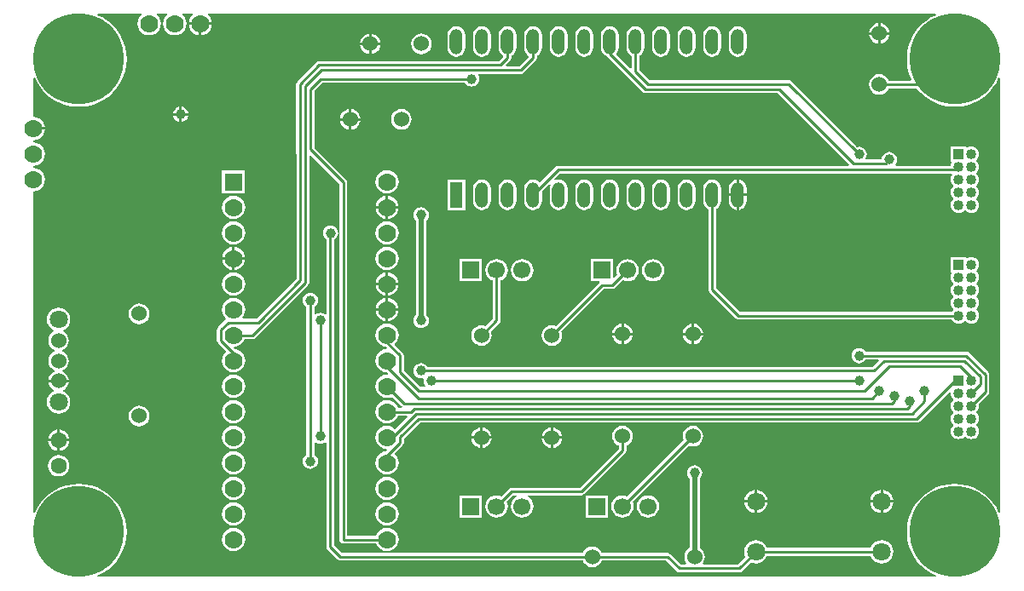
<source format=gbl>
G04 Layer_Physical_Order=2*
G04 Layer_Color=11436288*
%FSLAX43Y43*%
%MOMM*%
G71*
G01*
G75*
%ADD11C,0.254*%
%ADD12C,0.250*%
%ADD13C,0.500*%
%ADD14C,0.260*%
%ADD15C,1.524*%
%ADD16C,1.700*%
%ADD17R,1.700X1.700*%
%ADD18C,1.800*%
%ADD19R,1.016X1.016*%
%ADD20C,1.016*%
%ADD21R,1.270X2.540*%
%ADD22O,1.270X2.540*%
%ADD23C,1.778*%
%ADD24R,1.778X1.778*%
%ADD25C,9.000*%
%ADD26C,1.600*%
%ADD27C,1.000*%
G36*
X91619Y57873D02*
X91118Y57626D01*
X90600Y57280D01*
X90131Y56869D01*
X89720Y56400D01*
X89374Y55882D01*
X89098Y55323D01*
X88898Y54733D01*
X88777Y54122D01*
X88736Y53500D01*
X88777Y52878D01*
X88898Y52267D01*
X89098Y51677D01*
X89207Y51456D01*
X89140Y51348D01*
X86939D01*
X86887Y51472D01*
X86725Y51685D01*
X86512Y51847D01*
X86265Y51950D01*
X86000Y51985D01*
X85735Y51950D01*
X85488Y51847D01*
X85275Y51685D01*
X85113Y51472D01*
X85010Y51225D01*
X84975Y50960D01*
X85010Y50695D01*
X85113Y50448D01*
X85275Y50235D01*
X85488Y50073D01*
X85735Y49970D01*
X86000Y49935D01*
X86265Y49970D01*
X86512Y50073D01*
X86725Y50235D01*
X86887Y50448D01*
X86939Y50572D01*
X89745D01*
X90131Y50131D01*
X90600Y49720D01*
X91118Y49374D01*
X91677Y49098D01*
X92267Y48898D01*
X92878Y48777D01*
X93500Y48736D01*
X94122Y48777D01*
X94733Y48898D01*
X95323Y49098D01*
X95882Y49374D01*
X96400Y49720D01*
X96869Y50131D01*
X97280Y50600D01*
X97626Y51118D01*
X97873Y51619D01*
X98000Y51589D01*
Y8411D01*
X97873Y8381D01*
X97626Y8882D01*
X97280Y9400D01*
X96869Y9869D01*
X96400Y10280D01*
X95882Y10626D01*
X95323Y10902D01*
X94733Y11102D01*
X94122Y11223D01*
X93500Y11264D01*
X92878Y11223D01*
X92267Y11102D01*
X91677Y10902D01*
X91118Y10626D01*
X90600Y10280D01*
X90131Y9869D01*
X89720Y9400D01*
X89374Y8882D01*
X89098Y8323D01*
X88898Y7733D01*
X88777Y7122D01*
X88736Y6500D01*
X88777Y5878D01*
X88898Y5267D01*
X89098Y4677D01*
X89374Y4118D01*
X89720Y3600D01*
X90131Y3131D01*
X90600Y2720D01*
X91118Y2374D01*
X91619Y2127D01*
X91589Y2000D01*
X8411D01*
X8381Y2127D01*
X8882Y2374D01*
X9400Y2720D01*
X9869Y3131D01*
X10280Y3600D01*
X10626Y4118D01*
X10902Y4677D01*
X11102Y5267D01*
X11223Y5878D01*
X11264Y6500D01*
X11223Y7122D01*
X11102Y7733D01*
X10902Y8323D01*
X10626Y8882D01*
X10280Y9400D01*
X9869Y9869D01*
X9400Y10280D01*
X8882Y10626D01*
X8323Y10902D01*
X7733Y11102D01*
X7122Y11223D01*
X6500Y11264D01*
X5878Y11223D01*
X5267Y11102D01*
X4677Y10902D01*
X4118Y10626D01*
X3600Y10280D01*
X3131Y9869D01*
X2720Y9400D01*
X2374Y8882D01*
X2127Y8381D01*
X2000Y8411D01*
Y40347D01*
X2298Y40386D01*
X2576Y40502D01*
X2815Y40685D01*
X2998Y40924D01*
X3114Y41202D01*
X3153Y41500D01*
X3114Y41798D01*
X2998Y42076D01*
X2815Y42315D01*
X2576Y42498D01*
X2298Y42614D01*
X2000Y42653D01*
Y42887D01*
X2298Y42926D01*
X2576Y43042D01*
X2815Y43225D01*
X2998Y43464D01*
X3114Y43742D01*
X3153Y44040D01*
X3114Y44338D01*
X2998Y44616D01*
X2815Y44855D01*
X2576Y45038D01*
X2298Y45154D01*
X2000Y45193D01*
Y45427D01*
X2298Y45466D01*
X2576Y45582D01*
X2815Y45765D01*
X2998Y46004D01*
X3114Y46282D01*
X3136Y46453D01*
X2000D01*
Y46707D01*
X3136D01*
X3114Y46878D01*
X2998Y47156D01*
X2815Y47395D01*
X2576Y47578D01*
X2298Y47694D01*
X2000Y47733D01*
Y51589D01*
X2127Y51619D01*
X2374Y51118D01*
X2720Y50600D01*
X3131Y50131D01*
X3600Y49720D01*
X4118Y49374D01*
X4677Y49098D01*
X5267Y48898D01*
X5878Y48777D01*
X6500Y48736D01*
X7122Y48777D01*
X7733Y48898D01*
X8323Y49098D01*
X8882Y49374D01*
X9400Y49720D01*
X9869Y50131D01*
X10280Y50600D01*
X10626Y51118D01*
X10902Y51677D01*
X11102Y52267D01*
X11223Y52878D01*
X11264Y53500D01*
X11223Y54122D01*
X11102Y54733D01*
X10902Y55323D01*
X10626Y55882D01*
X10280Y56400D01*
X9869Y56869D01*
X9400Y57280D01*
X8882Y57626D01*
X8381Y57873D01*
X8411Y58000D01*
X12717D01*
X12760Y57873D01*
X12685Y57815D01*
X12502Y57576D01*
X12386Y57298D01*
X12347Y57000D01*
X12386Y56702D01*
X12502Y56424D01*
X12685Y56185D01*
X12924Y56002D01*
X13202Y55886D01*
X13500Y55847D01*
X13798Y55886D01*
X14076Y56002D01*
X14315Y56185D01*
X14498Y56424D01*
X14614Y56702D01*
X14653Y57000D01*
X14614Y57298D01*
X14498Y57576D01*
X14315Y57815D01*
X14240Y57873D01*
X14283Y58000D01*
X15257D01*
X15300Y57873D01*
X15225Y57815D01*
X15042Y57576D01*
X14926Y57298D01*
X14887Y57000D01*
X14926Y56702D01*
X15042Y56424D01*
X15225Y56185D01*
X15464Y56002D01*
X15742Y55886D01*
X16040Y55847D01*
X16338Y55886D01*
X16616Y56002D01*
X16855Y56185D01*
X17038Y56424D01*
X17154Y56702D01*
X17193Y57000D01*
X17154Y57298D01*
X17038Y57576D01*
X16855Y57815D01*
X16780Y57873D01*
X16823Y58000D01*
X17797D01*
X17840Y57873D01*
X17765Y57815D01*
X17582Y57576D01*
X17466Y57298D01*
X17444Y57127D01*
X19716D01*
X19694Y57298D01*
X19578Y57576D01*
X19395Y57815D01*
X19320Y57873D01*
X19363Y58000D01*
X91589D01*
X91619Y57873D01*
D02*
G37*
%LPC*%
G36*
X61508Y26033D02*
X60627D01*
Y25152D01*
X60765Y25170D01*
X61012Y25273D01*
X61225Y25435D01*
X61387Y25648D01*
X61490Y25895D01*
X61508Y26033D01*
D02*
G37*
G36*
X60373D02*
X59492D01*
X59510Y25895D01*
X59613Y25648D01*
X59775Y25435D01*
X59988Y25273D01*
X60235Y25170D01*
X60373Y25152D01*
Y26033D01*
D02*
G37*
G36*
X37120Y27193D02*
X36822Y27154D01*
X36544Y27038D01*
X36305Y26855D01*
X36122Y26616D01*
X36006Y26338D01*
X35967Y26040D01*
X36006Y25742D01*
X36122Y25464D01*
X36305Y25225D01*
X36544Y25042D01*
X36822Y24926D01*
X36958Y24908D01*
X37090Y24777D01*
X37044Y24643D01*
X36822Y24614D01*
X36544Y24498D01*
X36305Y24315D01*
X36122Y24076D01*
X36006Y23798D01*
X35967Y23500D01*
X36006Y23202D01*
X36122Y22924D01*
X36305Y22685D01*
X36544Y22502D01*
X36822Y22386D01*
X37101Y22350D01*
X37231Y22220D01*
X37175Y22106D01*
X37120Y22113D01*
X36822Y22074D01*
X36544Y21958D01*
X36305Y21775D01*
X36122Y21536D01*
X36006Y21258D01*
X35967Y20960D01*
X36006Y20662D01*
X36122Y20384D01*
X36305Y20145D01*
X36544Y19962D01*
X36822Y19846D01*
X37120Y19807D01*
X37418Y19846D01*
X37606Y19924D01*
X38544Y18986D01*
X38620Y18935D01*
X38582Y18808D01*
X38196D01*
X38118Y18996D01*
X37935Y19235D01*
X37696Y19418D01*
X37418Y19534D01*
X37120Y19573D01*
X36822Y19534D01*
X36544Y19418D01*
X36305Y19235D01*
X36122Y18996D01*
X36006Y18718D01*
X35967Y18420D01*
X36006Y18122D01*
X36122Y17844D01*
X36305Y17605D01*
X36544Y17422D01*
X36822Y17306D01*
X37120Y17267D01*
X37418Y17306D01*
X37696Y17422D01*
X37935Y17605D01*
X38118Y17844D01*
X38196Y18032D01*
X39098D01*
X39146Y17914D01*
X37931Y16699D01*
X37696Y16878D01*
X37418Y16994D01*
X37120Y17033D01*
X36822Y16994D01*
X36544Y16878D01*
X36305Y16695D01*
X36122Y16456D01*
X36006Y16178D01*
X35967Y15880D01*
X36006Y15582D01*
X36122Y15304D01*
X36305Y15065D01*
X36544Y14882D01*
X36822Y14766D01*
X37044Y14737D01*
X37090Y14603D01*
X36958Y14472D01*
X36822Y14454D01*
X36544Y14338D01*
X36305Y14155D01*
X36122Y13916D01*
X36006Y13638D01*
X35967Y13340D01*
X36006Y13042D01*
X36122Y12764D01*
X36305Y12525D01*
X36544Y12342D01*
X36822Y12226D01*
X37120Y12187D01*
X37418Y12226D01*
X37696Y12342D01*
X37935Y12525D01*
X38118Y12764D01*
X38234Y13042D01*
X38273Y13340D01*
X38234Y13638D01*
X38118Y13916D01*
X37935Y14155D01*
X37902Y14181D01*
X37893Y14308D01*
X38665Y15079D01*
X38749Y15205D01*
X38754Y15230D01*
X38778Y15354D01*
Y15729D01*
X40398Y17349D01*
X89737D01*
X89886Y17378D01*
X90012Y17462D01*
X92991Y20442D01*
X93111Y20382D01*
X93096Y20270D01*
X93123Y20071D01*
X93199Y19886D01*
X93322Y19727D01*
X93358Y19698D01*
Y19572D01*
X93322Y19543D01*
X93199Y19384D01*
X93123Y19199D01*
X93096Y19000D01*
X93123Y18801D01*
X93199Y18616D01*
X93322Y18457D01*
X93358Y18428D01*
Y18302D01*
X93322Y18273D01*
X93199Y18114D01*
X93123Y17929D01*
X93096Y17730D01*
X93123Y17531D01*
X93199Y17346D01*
X93322Y17187D01*
X93358Y17159D01*
Y17031D01*
X93322Y17003D01*
X93199Y16844D01*
X93123Y16659D01*
X93096Y16460D01*
X93123Y16261D01*
X93199Y16076D01*
X93322Y15917D01*
X93481Y15794D01*
X93666Y15718D01*
X93865Y15691D01*
X94064Y15718D01*
X94249Y15794D01*
X94408Y15917D01*
X94437Y15953D01*
X94563D01*
X94592Y15917D01*
X94751Y15794D01*
X94936Y15718D01*
X95135Y15691D01*
X95334Y15718D01*
X95519Y15794D01*
X95678Y15917D01*
X95801Y16076D01*
X95877Y16261D01*
X95904Y16460D01*
X95877Y16659D01*
X95801Y16844D01*
X95678Y17003D01*
X95642Y17031D01*
Y17159D01*
X95678Y17187D01*
X95801Y17346D01*
X95877Y17531D01*
X95904Y17730D01*
X95877Y17929D01*
X95801Y18114D01*
X95678Y18273D01*
X95642Y18302D01*
Y18428D01*
X95678Y18457D01*
X95801Y18616D01*
X95877Y18801D01*
X95904Y19000D01*
X95878Y19194D01*
X96807Y20122D01*
X96891Y20248D01*
X96896Y20273D01*
X96920Y20397D01*
Y22119D01*
X96891Y22267D01*
X96807Y22393D01*
X94917Y24283D01*
X94791Y24367D01*
X94643Y24396D01*
X84646D01*
X84538Y24538D01*
X84380Y24659D01*
X84197Y24735D01*
X84000Y24761D01*
X83803Y24735D01*
X83620Y24659D01*
X83462Y24538D01*
X83341Y24380D01*
X83265Y24197D01*
X83239Y24000D01*
X83265Y23803D01*
X83341Y23620D01*
X83462Y23462D01*
X83620Y23341D01*
X83803Y23265D01*
X84000Y23239D01*
X84197Y23265D01*
X84380Y23341D01*
X84538Y23462D01*
X84658Y23620D01*
X85904D01*
X85953Y23502D01*
X85339Y22888D01*
X41152D01*
X41038Y23038D01*
X40880Y23159D01*
X40697Y23235D01*
X40500Y23261D01*
X40303Y23235D01*
X40120Y23159D01*
X39962Y23038D01*
X39841Y22880D01*
X39765Y22697D01*
X39739Y22500D01*
X39765Y22303D01*
X39841Y22120D01*
X39962Y21962D01*
X40120Y21841D01*
X40303Y21765D01*
X40500Y21739D01*
X40654Y21760D01*
X40688Y21740D01*
X40740Y21688D01*
X40760Y21654D01*
X40739Y21500D01*
X40765Y21303D01*
X40841Y21120D01*
X40921Y21015D01*
X40859Y20888D01*
X40379D01*
X38778Y22489D01*
Y24026D01*
X38754Y24150D01*
X38749Y24175D01*
X38665Y24301D01*
X37893Y25072D01*
X37902Y25199D01*
X37935Y25225D01*
X38118Y25464D01*
X38234Y25742D01*
X38273Y26040D01*
X38234Y26338D01*
X38118Y26616D01*
X37935Y26855D01*
X37696Y27038D01*
X37418Y27154D01*
X37120Y27193D01*
D02*
G37*
G36*
X67373Y26033D02*
X66492D01*
X66510Y25895D01*
X66613Y25648D01*
X66775Y25435D01*
X66988Y25273D01*
X67235Y25170D01*
X67373Y25152D01*
Y26033D01*
D02*
G37*
G36*
X60627Y27168D02*
Y26287D01*
X61508D01*
X61490Y26425D01*
X61387Y26672D01*
X61225Y26885D01*
X61012Y27047D01*
X60765Y27150D01*
X60627Y27168D01*
D02*
G37*
G36*
X60373D02*
X60235Y27150D01*
X59988Y27047D01*
X59775Y26885D01*
X59613Y26672D01*
X59510Y26425D01*
X59492Y26287D01*
X60373D01*
Y27168D01*
D02*
G37*
G36*
X68508Y26033D02*
X67627D01*
Y25152D01*
X67765Y25170D01*
X68012Y25273D01*
X68225Y25435D01*
X68387Y25648D01*
X68490Y25895D01*
X68508Y26033D01*
D02*
G37*
G36*
X4500Y28766D02*
X4199Y28726D01*
X3918Y28610D01*
X3677Y28425D01*
X3492Y28184D01*
X3376Y27903D01*
X3336Y27602D01*
X3376Y27301D01*
X3492Y27020D01*
X3677Y26779D01*
X3918Y26594D01*
X4044Y26542D01*
Y26405D01*
X3988Y26381D01*
X3775Y26219D01*
X3613Y26006D01*
X3510Y25759D01*
X3475Y25494D01*
X3510Y25229D01*
X3613Y24982D01*
X3775Y24769D01*
X3988Y24606D01*
X4101Y24559D01*
Y24422D01*
X3988Y24375D01*
X3775Y24212D01*
X3613Y24000D01*
X3510Y23753D01*
X3475Y23487D01*
X3510Y23222D01*
X3613Y22975D01*
X3775Y22763D01*
X3988Y22600D01*
X4101Y22553D01*
Y22415D01*
X3988Y22368D01*
X3775Y22205D01*
X3613Y21993D01*
X3510Y21746D01*
X3492Y21608D01*
X5508D01*
X5490Y21746D01*
X5387Y21993D01*
X5225Y22205D01*
X5012Y22368D01*
X4899Y22415D01*
Y22553D01*
X5012Y22600D01*
X5225Y22763D01*
X5387Y22975D01*
X5490Y23222D01*
X5525Y23487D01*
X5490Y23753D01*
X5387Y24000D01*
X5225Y24212D01*
X5012Y24375D01*
X4899Y24422D01*
Y24559D01*
X5012Y24606D01*
X5225Y24769D01*
X5387Y24982D01*
X5490Y25229D01*
X5525Y25494D01*
X5490Y25759D01*
X5387Y26006D01*
X5225Y26219D01*
X5012Y26381D01*
X4956Y26405D01*
Y26542D01*
X5082Y26594D01*
X5323Y26779D01*
X5508Y27020D01*
X5624Y27301D01*
X5664Y27602D01*
X5624Y27903D01*
X5508Y28184D01*
X5323Y28425D01*
X5082Y28610D01*
X4801Y28726D01*
X4500Y28766D01*
D02*
G37*
G36*
X53627Y16848D02*
Y15967D01*
X54508D01*
X54490Y16105D01*
X54387Y16352D01*
X54225Y16565D01*
X54012Y16727D01*
X53765Y16830D01*
X53627Y16848D01*
D02*
G37*
G36*
X53373D02*
X53235Y16830D01*
X52988Y16727D01*
X52775Y16565D01*
X52613Y16352D01*
X52510Y16105D01*
X52492Y15967D01*
X53373D01*
Y16848D01*
D02*
G37*
G36*
X46627D02*
Y15967D01*
X47508D01*
X47490Y16105D01*
X47387Y16352D01*
X47225Y16565D01*
X47012Y16727D01*
X46765Y16830D01*
X46627Y16848D01*
D02*
G37*
G36*
X12500Y19025D02*
X12235Y18990D01*
X11988Y18887D01*
X11775Y18725D01*
X11613Y18512D01*
X11510Y18265D01*
X11475Y18000D01*
X11510Y17735D01*
X11613Y17488D01*
X11775Y17275D01*
X11988Y17113D01*
X12235Y17010D01*
X12500Y16975D01*
X12765Y17010D01*
X13012Y17113D01*
X13225Y17275D01*
X13387Y17488D01*
X13490Y17735D01*
X13525Y18000D01*
X13490Y18265D01*
X13387Y18512D01*
X13225Y18725D01*
X13012Y18887D01*
X12765Y18990D01*
X12500Y19025D01*
D02*
G37*
G36*
X21880Y22113D02*
X21582Y22074D01*
X21304Y21958D01*
X21065Y21775D01*
X20882Y21536D01*
X20766Y21258D01*
X20727Y20960D01*
X20766Y20662D01*
X20882Y20384D01*
X21065Y20145D01*
X21304Y19962D01*
X21582Y19846D01*
X21880Y19807D01*
X22178Y19846D01*
X22456Y19962D01*
X22695Y20145D01*
X22878Y20384D01*
X22994Y20662D01*
X23033Y20960D01*
X22994Y21258D01*
X22878Y21536D01*
X22695Y21775D01*
X22456Y21958D01*
X22178Y22074D01*
X21880Y22113D01*
D02*
G37*
G36*
X5508Y21354D02*
X3492D01*
X3510Y21215D01*
X3613Y20968D01*
X3775Y20756D01*
X3988Y20593D01*
X4026Y20577D01*
Y20450D01*
X3918Y20406D01*
X3677Y20221D01*
X3492Y19980D01*
X3376Y19699D01*
X3336Y19398D01*
X3376Y19097D01*
X3492Y18816D01*
X3677Y18575D01*
X3918Y18390D01*
X4199Y18274D01*
X4500Y18234D01*
X4801Y18274D01*
X5082Y18390D01*
X5323Y18575D01*
X5508Y18816D01*
X5624Y19097D01*
X5664Y19398D01*
X5624Y19699D01*
X5508Y19980D01*
X5323Y20221D01*
X5082Y20406D01*
X4974Y20450D01*
Y20577D01*
X5012Y20593D01*
X5225Y20756D01*
X5387Y20968D01*
X5490Y21215D01*
X5508Y21354D01*
D02*
G37*
G36*
X21880Y19573D02*
X21582Y19534D01*
X21304Y19418D01*
X21065Y19235D01*
X20882Y18996D01*
X20766Y18718D01*
X20727Y18420D01*
X20766Y18122D01*
X20882Y17844D01*
X21065Y17605D01*
X21304Y17422D01*
X21582Y17306D01*
X21880Y17267D01*
X22178Y17306D01*
X22456Y17422D01*
X22695Y17605D01*
X22878Y17844D01*
X22994Y18122D01*
X23033Y18420D01*
X22994Y18718D01*
X22878Y18996D01*
X22695Y19235D01*
X22456Y19418D01*
X22178Y19534D01*
X21880Y19573D01*
D02*
G37*
G36*
X37247Y29716D02*
Y28707D01*
X38256D01*
X38234Y28878D01*
X38118Y29156D01*
X37935Y29395D01*
X37696Y29578D01*
X37418Y29694D01*
X37247Y29716D01*
D02*
G37*
G36*
X36993D02*
X36822Y29694D01*
X36544Y29578D01*
X36305Y29395D01*
X36122Y29156D01*
X36006Y28878D01*
X35984Y28707D01*
X36993D01*
Y29716D01*
D02*
G37*
G36*
X31500Y36961D02*
X31303Y36935D01*
X31120Y36859D01*
X30962Y36738D01*
X30841Y36580D01*
X30765Y36397D01*
X30739Y36200D01*
X30765Y36003D01*
X30841Y35820D01*
X30962Y35662D01*
X31104Y35554D01*
Y28147D01*
X30977Y28085D01*
X30880Y28159D01*
X30697Y28235D01*
X30500Y28261D01*
X30303Y28235D01*
X30120Y28159D01*
X30015Y28079D01*
X29888Y28141D01*
Y28848D01*
X30038Y28962D01*
X30159Y29120D01*
X30235Y29303D01*
X30261Y29500D01*
X30235Y29697D01*
X30159Y29880D01*
X30038Y30038D01*
X29880Y30159D01*
X29697Y30235D01*
X29500Y30261D01*
X29303Y30235D01*
X29120Y30159D01*
X28962Y30038D01*
X28841Y29880D01*
X28765Y29697D01*
X28739Y29500D01*
X28765Y29303D01*
X28841Y29120D01*
X28962Y28962D01*
X29112Y28848D01*
Y14152D01*
X28962Y14038D01*
X28841Y13880D01*
X28765Y13697D01*
X28739Y13500D01*
X28765Y13303D01*
X28841Y13120D01*
X28962Y12962D01*
X29120Y12841D01*
X29303Y12765D01*
X29500Y12739D01*
X29697Y12765D01*
X29880Y12841D01*
X30038Y12962D01*
X30159Y13120D01*
X30235Y13303D01*
X30261Y13500D01*
X30235Y13697D01*
X30159Y13880D01*
X30038Y14038D01*
X29888Y14152D01*
Y15359D01*
X30015Y15421D01*
X30120Y15341D01*
X30303Y15265D01*
X30500Y15240D01*
X30697Y15265D01*
X30880Y15341D01*
X30977Y15415D01*
X31104Y15353D01*
Y5008D01*
X31133Y4859D01*
X31217Y4733D01*
X32225Y3725D01*
X32351Y3641D01*
X32500Y3612D01*
X56561D01*
X56613Y3488D01*
X56775Y3275D01*
X56988Y3113D01*
X57235Y3010D01*
X57500Y2975D01*
X57765Y3010D01*
X58012Y3113D01*
X58225Y3275D01*
X58387Y3488D01*
X58439Y3612D01*
X64839D01*
X65868Y2582D01*
X65994Y2498D01*
X66143Y2469D01*
X72107D01*
X72256Y2498D01*
X72382Y2582D01*
X73255Y3456D01*
X73449Y3376D01*
X73750Y3336D01*
X74051Y3376D01*
X74332Y3492D01*
X74573Y3677D01*
X74758Y3918D01*
X74838Y4112D01*
X85162D01*
X85242Y3918D01*
X85427Y3677D01*
X85668Y3492D01*
X85949Y3376D01*
X86250Y3336D01*
X86551Y3376D01*
X86832Y3492D01*
X87073Y3677D01*
X87258Y3918D01*
X87374Y4199D01*
X87414Y4500D01*
X87374Y4801D01*
X87258Y5082D01*
X87073Y5323D01*
X86832Y5508D01*
X86551Y5624D01*
X86250Y5664D01*
X85949Y5624D01*
X85668Y5508D01*
X85427Y5323D01*
X85242Y5082D01*
X85162Y4888D01*
X74838D01*
X74758Y5082D01*
X74573Y5323D01*
X74332Y5508D01*
X74051Y5624D01*
X73750Y5664D01*
X73449Y5624D01*
X73168Y5508D01*
X72927Y5323D01*
X72742Y5082D01*
X72626Y4801D01*
X72586Y4500D01*
X72626Y4199D01*
X72706Y4005D01*
X71946Y3245D01*
X68522D01*
X68459Y3372D01*
X68547Y3488D01*
X68650Y3735D01*
X68685Y4000D01*
X68650Y4265D01*
X68547Y4512D01*
X68385Y4725D01*
X68174Y4886D01*
Y11784D01*
X68198Y11802D01*
X68319Y11960D01*
X68395Y12143D01*
X68421Y12340D01*
X68395Y12537D01*
X68319Y12720D01*
X68198Y12878D01*
X68040Y12999D01*
X67857Y13075D01*
X67660Y13101D01*
X67463Y13075D01*
X67280Y12999D01*
X67122Y12878D01*
X67001Y12720D01*
X66925Y12537D01*
X66899Y12340D01*
X66925Y12143D01*
X67001Y11960D01*
X67122Y11802D01*
X67146Y11784D01*
Y4886D01*
X66935Y4725D01*
X66773Y4512D01*
X66670Y4265D01*
X66635Y4000D01*
X66670Y3735D01*
X66773Y3488D01*
X66861Y3372D01*
X66798Y3245D01*
X66304D01*
X65275Y4275D01*
X65149Y4359D01*
X65000Y4388D01*
X58439D01*
X58387Y4512D01*
X58225Y4725D01*
X58012Y4887D01*
X57765Y4990D01*
X57500Y5025D01*
X57235Y4990D01*
X56988Y4887D01*
X56775Y4725D01*
X56613Y4512D01*
X56561Y4388D01*
X32661D01*
X31880Y5169D01*
Y35542D01*
X32038Y35662D01*
X32159Y35820D01*
X32235Y36003D01*
X32261Y36200D01*
X32235Y36397D01*
X32159Y36580D01*
X32038Y36738D01*
X31880Y36859D01*
X31697Y36935D01*
X31500Y36961D01*
D02*
G37*
G36*
X21880Y32273D02*
X21582Y32234D01*
X21304Y32118D01*
X21065Y31935D01*
X20882Y31696D01*
X20766Y31418D01*
X20727Y31120D01*
X20766Y30822D01*
X20882Y30544D01*
X21065Y30305D01*
X21304Y30122D01*
X21582Y30006D01*
X21880Y29967D01*
X22178Y30006D01*
X22456Y30122D01*
X22695Y30305D01*
X22878Y30544D01*
X22994Y30822D01*
X23033Y31120D01*
X22994Y31418D01*
X22878Y31696D01*
X22695Y31935D01*
X22456Y32118D01*
X22178Y32234D01*
X21880Y32273D01*
D02*
G37*
G36*
X36993Y32256D02*
X36822Y32234D01*
X36544Y32118D01*
X36305Y31935D01*
X36122Y31696D01*
X36006Y31418D01*
X35984Y31247D01*
X36993D01*
Y32256D01*
D02*
G37*
G36*
X38256Y30993D02*
X37247D01*
Y29984D01*
X37418Y30006D01*
X37696Y30122D01*
X37935Y30305D01*
X38118Y30544D01*
X38234Y30822D01*
X38256Y30993D01*
D02*
G37*
G36*
X36993D02*
X35984D01*
X36006Y30822D01*
X36122Y30544D01*
X36305Y30305D01*
X36544Y30122D01*
X36822Y30006D01*
X36993Y29984D01*
Y30993D01*
D02*
G37*
G36*
X38256Y28453D02*
X37247D01*
Y27444D01*
X37418Y27466D01*
X37696Y27582D01*
X37935Y27765D01*
X38118Y28004D01*
X38234Y28282D01*
X38256Y28453D01*
D02*
G37*
G36*
X40500Y38761D02*
X40303Y38735D01*
X40120Y38659D01*
X39962Y38538D01*
X39841Y38380D01*
X39765Y38197D01*
X39739Y38000D01*
X39765Y37803D01*
X39841Y37620D01*
X39962Y37462D01*
X39986Y37444D01*
Y28056D01*
X39962Y28038D01*
X39841Y27880D01*
X39765Y27697D01*
X39739Y27500D01*
X39765Y27303D01*
X39841Y27120D01*
X39962Y26962D01*
X40120Y26841D01*
X40303Y26765D01*
X40500Y26739D01*
X40697Y26765D01*
X40880Y26841D01*
X41038Y26962D01*
X41159Y27120D01*
X41235Y27303D01*
X41261Y27500D01*
X41235Y27697D01*
X41159Y27880D01*
X41038Y28038D01*
X41014Y28056D01*
Y37444D01*
X41038Y37462D01*
X41159Y37620D01*
X41235Y37803D01*
X41261Y38000D01*
X41235Y38197D01*
X41159Y38380D01*
X41038Y38538D01*
X40880Y38659D01*
X40697Y38735D01*
X40500Y38761D01*
D02*
G37*
G36*
X67627Y27168D02*
Y26287D01*
X68508D01*
X68490Y26425D01*
X68387Y26672D01*
X68225Y26885D01*
X68012Y27047D01*
X67765Y27150D01*
X67627Y27168D01*
D02*
G37*
G36*
X67373D02*
X67235Y27150D01*
X66988Y27047D01*
X66775Y26885D01*
X66613Y26672D01*
X66510Y26425D01*
X66492Y26287D01*
X67373D01*
Y27168D01*
D02*
G37*
G36*
X48000Y33614D02*
X47712Y33576D01*
X47443Y33464D01*
X47213Y33287D01*
X47036Y33057D01*
X46924Y32788D01*
X46886Y32500D01*
X46924Y32212D01*
X47036Y31943D01*
X47213Y31713D01*
X47443Y31536D01*
X47614Y31465D01*
Y27660D01*
X46891Y26938D01*
X46765Y26990D01*
X46500Y27025D01*
X46235Y26990D01*
X45988Y26887D01*
X45775Y26725D01*
X45613Y26512D01*
X45510Y26265D01*
X45475Y26000D01*
X45510Y25735D01*
X45613Y25488D01*
X45775Y25275D01*
X45988Y25113D01*
X46235Y25010D01*
X46500Y24975D01*
X46765Y25010D01*
X47012Y25113D01*
X47225Y25275D01*
X47387Y25488D01*
X47490Y25735D01*
X47525Y26000D01*
X47490Y26265D01*
X47438Y26391D01*
X48273Y27227D01*
X48357Y27352D01*
X48386Y27500D01*
X48386Y27500D01*
Y31465D01*
X48557Y31536D01*
X48787Y31713D01*
X48964Y31943D01*
X49076Y32212D01*
X49114Y32500D01*
X49076Y32788D01*
X48964Y33057D01*
X48787Y33287D01*
X48557Y33464D01*
X48288Y33576D01*
X48000Y33614D01*
D02*
G37*
G36*
X36993Y28453D02*
X35984D01*
X36006Y28282D01*
X36122Y28004D01*
X36305Y27765D01*
X36544Y27582D01*
X36822Y27466D01*
X36993Y27444D01*
Y28453D01*
D02*
G37*
G36*
X69400Y41532D02*
X69168Y41501D01*
X68952Y41412D01*
X68766Y41269D01*
X68623Y41083D01*
X68534Y40867D01*
X68503Y40635D01*
Y39365D01*
X68534Y39133D01*
X68623Y38917D01*
X68766Y38731D01*
X68952Y38588D01*
X69014Y38563D01*
Y30600D01*
X69043Y30452D01*
X69127Y30327D01*
X71767Y27687D01*
X71892Y27603D01*
X72040Y27574D01*
X93201D01*
X93322Y27417D01*
X93481Y27294D01*
X93666Y27218D01*
X93865Y27191D01*
X94064Y27218D01*
X94249Y27294D01*
X94408Y27417D01*
X94437Y27453D01*
X94563D01*
X94592Y27417D01*
X94751Y27294D01*
X94936Y27218D01*
X95135Y27191D01*
X95334Y27218D01*
X95519Y27294D01*
X95678Y27417D01*
X95801Y27576D01*
X95877Y27761D01*
X95904Y27960D01*
X95877Y28159D01*
X95801Y28344D01*
X95678Y28503D01*
X95642Y28531D01*
Y28659D01*
X95678Y28687D01*
X95801Y28846D01*
X95877Y29031D01*
X95904Y29230D01*
X95877Y29429D01*
X95801Y29614D01*
X95678Y29773D01*
X95642Y29802D01*
Y29928D01*
X95678Y29957D01*
X95801Y30116D01*
X95877Y30301D01*
X95904Y30500D01*
X95877Y30699D01*
X95801Y30884D01*
X95678Y31043D01*
X95642Y31072D01*
Y31198D01*
X95678Y31227D01*
X95801Y31386D01*
X95877Y31571D01*
X95904Y31770D01*
X95877Y31969D01*
X95801Y32154D01*
X95678Y32313D01*
X95642Y32341D01*
Y32468D01*
X95678Y32497D01*
X95801Y32656D01*
X95877Y32841D01*
X95904Y33040D01*
X95877Y33239D01*
X95801Y33424D01*
X95678Y33583D01*
X95519Y33706D01*
X95334Y33782D01*
X95135Y33809D01*
X94936Y33782D01*
X94751Y33706D01*
X94741Y33698D01*
X94627Y33754D01*
Y33802D01*
X93103D01*
Y32278D01*
X93151D01*
X93207Y32164D01*
X93199Y32154D01*
X93123Y31969D01*
X93096Y31770D01*
X93123Y31571D01*
X93199Y31386D01*
X93322Y31227D01*
X93358Y31198D01*
Y31072D01*
X93322Y31043D01*
X93199Y30884D01*
X93123Y30699D01*
X93096Y30500D01*
X93123Y30301D01*
X93199Y30116D01*
X93322Y29957D01*
X93358Y29928D01*
Y29802D01*
X93322Y29773D01*
X93199Y29614D01*
X93123Y29429D01*
X93096Y29230D01*
X93123Y29031D01*
X93199Y28846D01*
X93322Y28687D01*
X93358Y28659D01*
Y28531D01*
X93322Y28503D01*
X93201Y28346D01*
X72200D01*
X69786Y30760D01*
Y38563D01*
X69848Y38588D01*
X70034Y38731D01*
X70177Y38917D01*
X70266Y39133D01*
X70297Y39365D01*
Y40635D01*
X70266Y40867D01*
X70177Y41083D01*
X70034Y41269D01*
X69848Y41412D01*
X69632Y41501D01*
X69400Y41532D01*
D02*
G37*
G36*
X12500Y29185D02*
X12235Y29150D01*
X11988Y29047D01*
X11775Y28885D01*
X11613Y28672D01*
X11510Y28425D01*
X11475Y28160D01*
X11510Y27895D01*
X11613Y27648D01*
X11775Y27435D01*
X11988Y27273D01*
X12235Y27170D01*
X12500Y27135D01*
X12765Y27170D01*
X13012Y27273D01*
X13225Y27435D01*
X13387Y27648D01*
X13490Y27895D01*
X13525Y28160D01*
X13490Y28425D01*
X13387Y28672D01*
X13225Y28885D01*
X13012Y29047D01*
X12765Y29150D01*
X12500Y29185D01*
D02*
G37*
G36*
X87397Y9373D02*
X86377D01*
Y8353D01*
X86551Y8376D01*
X86832Y8492D01*
X87073Y8677D01*
X87258Y8918D01*
X87374Y9199D01*
X87397Y9373D01*
D02*
G37*
G36*
X86123D02*
X85103D01*
X85126Y9199D01*
X85242Y8918D01*
X85427Y8677D01*
X85668Y8492D01*
X85949Y8376D01*
X86123Y8353D01*
Y9373D01*
D02*
G37*
G36*
X74897D02*
X73877D01*
Y8353D01*
X74051Y8376D01*
X74332Y8492D01*
X74573Y8677D01*
X74758Y8918D01*
X74874Y9199D01*
X74897Y9373D01*
D02*
G37*
G36*
X73623Y10647D02*
X73449Y10624D01*
X73168Y10508D01*
X72927Y10323D01*
X72742Y10082D01*
X72626Y9801D01*
X72603Y9627D01*
X73623D01*
Y10647D01*
D02*
G37*
G36*
X86377D02*
Y9627D01*
X87397D01*
X87374Y9801D01*
X87258Y10082D01*
X87073Y10323D01*
X86832Y10508D01*
X86551Y10624D01*
X86377Y10647D01*
D02*
G37*
G36*
X86123D02*
X85949Y10624D01*
X85668Y10508D01*
X85427Y10323D01*
X85242Y10082D01*
X85126Y9801D01*
X85103Y9627D01*
X86123D01*
Y10647D01*
D02*
G37*
G36*
X73877D02*
Y9627D01*
X74897D01*
X74874Y9801D01*
X74758Y10082D01*
X74573Y10323D01*
X74332Y10508D01*
X74051Y10624D01*
X73877Y10647D01*
D02*
G37*
G36*
X73623Y9373D02*
X72603D01*
X72626Y9199D01*
X72742Y8918D01*
X72927Y8677D01*
X73168Y8492D01*
X73449Y8376D01*
X73623Y8353D01*
Y9373D01*
D02*
G37*
G36*
X37120Y9413D02*
X36822Y9374D01*
X36544Y9258D01*
X36305Y9075D01*
X36122Y8836D01*
X36006Y8558D01*
X35967Y8260D01*
X36006Y7962D01*
X36122Y7684D01*
X36305Y7445D01*
X36544Y7262D01*
X36822Y7146D01*
X37120Y7107D01*
X37418Y7146D01*
X37696Y7262D01*
X37935Y7445D01*
X38118Y7684D01*
X38234Y7962D01*
X38273Y8260D01*
X38234Y8558D01*
X38118Y8836D01*
X37935Y9075D01*
X37696Y9258D01*
X37418Y9374D01*
X37120Y9413D01*
D02*
G37*
G36*
X21880D02*
X21582Y9374D01*
X21304Y9258D01*
X21065Y9075D01*
X20882Y8836D01*
X20766Y8558D01*
X20727Y8260D01*
X20766Y7962D01*
X20882Y7684D01*
X21065Y7445D01*
X21304Y7262D01*
X21582Y7146D01*
X21880Y7107D01*
X22178Y7146D01*
X22456Y7262D01*
X22695Y7445D01*
X22878Y7684D01*
X22994Y7962D01*
X23033Y8260D01*
X22994Y8558D01*
X22878Y8836D01*
X22695Y9075D01*
X22456Y9258D01*
X22178Y9374D01*
X21880Y9413D01*
D02*
G37*
G36*
Y6873D02*
X21582Y6834D01*
X21304Y6718D01*
X21065Y6535D01*
X20882Y6296D01*
X20766Y6018D01*
X20727Y5720D01*
X20766Y5422D01*
X20882Y5144D01*
X21065Y4905D01*
X21304Y4722D01*
X21582Y4606D01*
X21880Y4567D01*
X22178Y4606D01*
X22456Y4722D01*
X22695Y4905D01*
X22878Y5144D01*
X22994Y5422D01*
X23033Y5720D01*
X22994Y6018D01*
X22878Y6296D01*
X22695Y6535D01*
X22456Y6718D01*
X22178Y6834D01*
X21880Y6873D01*
D02*
G37*
G36*
X60500Y17025D02*
X60235Y16990D01*
X59988Y16887D01*
X59775Y16725D01*
X59613Y16512D01*
X59510Y16265D01*
X59475Y16000D01*
X59510Y15735D01*
X59613Y15488D01*
X59775Y15275D01*
X59988Y15113D01*
X60114Y15060D01*
Y14760D01*
X56240Y10886D01*
X49500D01*
X49352Y10857D01*
X49227Y10773D01*
X48459Y10005D01*
X48288Y10076D01*
X48000Y10114D01*
X47712Y10076D01*
X47443Y9964D01*
X47213Y9787D01*
X47036Y9557D01*
X46924Y9288D01*
X46886Y9000D01*
X46924Y8712D01*
X47036Y8443D01*
X47213Y8213D01*
X47443Y8036D01*
X47712Y7924D01*
X48000Y7886D01*
X48288Y7924D01*
X48557Y8036D01*
X48787Y8213D01*
X48964Y8443D01*
X49076Y8712D01*
X49114Y9000D01*
X49076Y9288D01*
X49005Y9459D01*
X49660Y10114D01*
X50012D01*
X50037Y9987D01*
X49983Y9964D01*
X49753Y9787D01*
X49576Y9557D01*
X49464Y9288D01*
X49426Y9000D01*
X49464Y8712D01*
X49576Y8443D01*
X49753Y8213D01*
X49983Y8036D01*
X50252Y7924D01*
X50540Y7886D01*
X50828Y7924D01*
X51097Y8036D01*
X51327Y8213D01*
X51504Y8443D01*
X51616Y8712D01*
X51654Y9000D01*
X51616Y9288D01*
X51504Y9557D01*
X51327Y9787D01*
X51097Y9964D01*
X51043Y9987D01*
X51068Y10114D01*
X56400D01*
X56548Y10143D01*
X56673Y10227D01*
X60773Y14327D01*
X60773Y14327D01*
X60829Y14411D01*
X60857Y14452D01*
X60886Y14600D01*
X60886Y14600D01*
Y15060D01*
X61012Y15113D01*
X61225Y15275D01*
X61387Y15488D01*
X61490Y15735D01*
X61525Y16000D01*
X61490Y16265D01*
X61387Y16512D01*
X61225Y16725D01*
X61012Y16887D01*
X60765Y16990D01*
X60500Y17025D01*
D02*
G37*
G36*
X59064Y10104D02*
X56856D01*
Y7896D01*
X59064D01*
Y10104D01*
D02*
G37*
G36*
X46564D02*
X44356D01*
Y7896D01*
X46564D01*
Y10104D01*
D02*
G37*
G36*
X63040Y10114D02*
X62752Y10076D01*
X62483Y9964D01*
X62253Y9787D01*
X62076Y9557D01*
X61964Y9288D01*
X61926Y9000D01*
X61964Y8712D01*
X62076Y8443D01*
X62253Y8213D01*
X62483Y8036D01*
X62752Y7924D01*
X63040Y7886D01*
X63328Y7924D01*
X63597Y8036D01*
X63827Y8213D01*
X64004Y8443D01*
X64116Y8712D01*
X64154Y9000D01*
X64116Y9288D01*
X64004Y9557D01*
X63827Y9787D01*
X63597Y9964D01*
X63328Y10076D01*
X63040Y10114D01*
D02*
G37*
G36*
X54508Y15713D02*
X53627D01*
Y14832D01*
X53765Y14850D01*
X54012Y14953D01*
X54225Y15115D01*
X54387Y15328D01*
X54490Y15575D01*
X54508Y15713D01*
D02*
G37*
G36*
X53373D02*
X52492D01*
X52510Y15575D01*
X52613Y15328D01*
X52775Y15115D01*
X52988Y14953D01*
X53235Y14850D01*
X53373Y14832D01*
Y15713D01*
D02*
G37*
G36*
X47508D02*
X46627D01*
Y14832D01*
X46765Y14850D01*
X47012Y14953D01*
X47225Y15115D01*
X47387Y15328D01*
X47490Y15575D01*
X47508Y15713D01*
D02*
G37*
G36*
X67500Y17025D02*
X67235Y16990D01*
X66988Y16887D01*
X66775Y16725D01*
X66613Y16512D01*
X66510Y16265D01*
X66475Y16000D01*
X66510Y15735D01*
X66562Y15609D01*
X60959Y10005D01*
X60788Y10076D01*
X60500Y10114D01*
X60212Y10076D01*
X59943Y9964D01*
X59713Y9787D01*
X59536Y9557D01*
X59424Y9288D01*
X59386Y9000D01*
X59424Y8712D01*
X59536Y8443D01*
X59713Y8213D01*
X59943Y8036D01*
X60212Y7924D01*
X60500Y7886D01*
X60788Y7924D01*
X61057Y8036D01*
X61287Y8213D01*
X61464Y8443D01*
X61576Y8712D01*
X61614Y9000D01*
X61576Y9288D01*
X61505Y9459D01*
X67109Y15062D01*
X67235Y15010D01*
X67500Y14975D01*
X67765Y15010D01*
X68012Y15113D01*
X68225Y15275D01*
X68387Y15488D01*
X68490Y15735D01*
X68525Y16000D01*
X68490Y16265D01*
X68387Y16512D01*
X68225Y16725D01*
X68012Y16887D01*
X67765Y16990D01*
X67500Y17025D01*
D02*
G37*
G36*
X46373Y16848D02*
X46235Y16830D01*
X45988Y16727D01*
X45775Y16565D01*
X45613Y16352D01*
X45510Y16105D01*
X45492Y15967D01*
X46373D01*
Y16848D01*
D02*
G37*
G36*
X4627Y16649D02*
Y15730D01*
X5546D01*
X5527Y15878D01*
X5421Y16135D01*
X5252Y16355D01*
X5032Y16524D01*
X4775Y16630D01*
X4627Y16649D01*
D02*
G37*
G36*
X4373D02*
X4225Y16630D01*
X3968Y16524D01*
X3748Y16355D01*
X3579Y16135D01*
X3473Y15878D01*
X3454Y15730D01*
X4373D01*
Y16649D01*
D02*
G37*
G36*
X46373Y15713D02*
X45492D01*
X45510Y15575D01*
X45613Y15328D01*
X45775Y15115D01*
X45988Y14953D01*
X46235Y14850D01*
X46373Y14832D01*
Y15713D01*
D02*
G37*
G36*
X4500Y14126D02*
X4225Y14090D01*
X3968Y13984D01*
X3748Y13815D01*
X3579Y13595D01*
X3473Y13338D01*
X3437Y13063D01*
X3473Y12788D01*
X3579Y12532D01*
X3748Y12311D01*
X3968Y12142D01*
X4225Y12036D01*
X4500Y12000D01*
X4775Y12036D01*
X5032Y12142D01*
X5252Y12311D01*
X5421Y12532D01*
X5527Y12788D01*
X5563Y13063D01*
X5527Y13338D01*
X5421Y13595D01*
X5252Y13815D01*
X5032Y13984D01*
X4775Y14090D01*
X4500Y14126D01*
D02*
G37*
G36*
X37120Y11953D02*
X36822Y11914D01*
X36544Y11798D01*
X36305Y11615D01*
X36122Y11376D01*
X36006Y11098D01*
X35967Y10800D01*
X36006Y10502D01*
X36122Y10224D01*
X36305Y9985D01*
X36544Y9802D01*
X36822Y9686D01*
X37120Y9647D01*
X37418Y9686D01*
X37696Y9802D01*
X37935Y9985D01*
X38118Y10224D01*
X38234Y10502D01*
X38273Y10800D01*
X38234Y11098D01*
X38118Y11376D01*
X37935Y11615D01*
X37696Y11798D01*
X37418Y11914D01*
X37120Y11953D01*
D02*
G37*
G36*
X21880D02*
X21582Y11914D01*
X21304Y11798D01*
X21065Y11615D01*
X20882Y11376D01*
X20766Y11098D01*
X20727Y10800D01*
X20766Y10502D01*
X20882Y10224D01*
X21065Y9985D01*
X21304Y9802D01*
X21582Y9686D01*
X21880Y9647D01*
X22178Y9686D01*
X22456Y9802D01*
X22695Y9985D01*
X22878Y10224D01*
X22994Y10502D01*
X23033Y10800D01*
X22994Y11098D01*
X22878Y11376D01*
X22695Y11615D01*
X22456Y11798D01*
X22178Y11914D01*
X21880Y11953D01*
D02*
G37*
G36*
Y14493D02*
X21582Y14454D01*
X21304Y14338D01*
X21065Y14155D01*
X20882Y13916D01*
X20766Y13638D01*
X20727Y13340D01*
X20766Y13042D01*
X20882Y12764D01*
X21065Y12525D01*
X21304Y12342D01*
X21582Y12226D01*
X21880Y12187D01*
X22178Y12226D01*
X22456Y12342D01*
X22695Y12525D01*
X22878Y12764D01*
X22994Y13042D01*
X23033Y13340D01*
X22994Y13638D01*
X22878Y13916D01*
X22695Y14155D01*
X22456Y14338D01*
X22178Y14454D01*
X21880Y14493D01*
D02*
G37*
G36*
Y17033D02*
X21582Y16994D01*
X21304Y16878D01*
X21065Y16695D01*
X20882Y16456D01*
X20766Y16178D01*
X20727Y15880D01*
X20766Y15582D01*
X20882Y15304D01*
X21065Y15065D01*
X21304Y14882D01*
X21582Y14766D01*
X21880Y14727D01*
X22178Y14766D01*
X22456Y14882D01*
X22695Y15065D01*
X22878Y15304D01*
X22994Y15582D01*
X23033Y15880D01*
X22994Y16178D01*
X22878Y16456D01*
X22695Y16695D01*
X22456Y16878D01*
X22178Y16994D01*
X21880Y17033D01*
D02*
G37*
G36*
X5546Y15476D02*
X4627D01*
Y14557D01*
X4775Y14576D01*
X5032Y14682D01*
X5252Y14851D01*
X5421Y15072D01*
X5527Y15328D01*
X5546Y15476D01*
D02*
G37*
G36*
X4373D02*
X3454D01*
X3473Y15328D01*
X3579Y15072D01*
X3748Y14851D01*
X3968Y14682D01*
X4225Y14576D01*
X4373Y14557D01*
Y15476D01*
D02*
G37*
G36*
X37247Y32256D02*
Y31247D01*
X38256D01*
X38234Y31418D01*
X38118Y31696D01*
X37935Y31935D01*
X37696Y32118D01*
X37418Y32234D01*
X37247Y32256D01*
D02*
G37*
G36*
X51620Y56772D02*
X51388Y56741D01*
X51172Y56652D01*
X50986Y56509D01*
X50843Y56323D01*
X50754Y56107D01*
X50723Y55875D01*
Y54605D01*
X50754Y54373D01*
X50843Y54157D01*
X50986Y53971D01*
X51131Y53860D01*
X51156Y53733D01*
X51150Y53700D01*
X50220Y52769D01*
X48985D01*
X48936Y52887D01*
X49355Y53305D01*
X49439Y53431D01*
X49468Y53580D01*
Y53804D01*
X49528Y53828D01*
X49714Y53971D01*
X49857Y54157D01*
X49946Y54373D01*
X49977Y54605D01*
Y55875D01*
X49946Y56107D01*
X49857Y56323D01*
X49714Y56509D01*
X49528Y56652D01*
X49312Y56741D01*
X49080Y56772D01*
X48848Y56741D01*
X48632Y56652D01*
X48446Y56509D01*
X48303Y56323D01*
X48214Y56107D01*
X48183Y55875D01*
Y54605D01*
X48214Y54373D01*
X48303Y54157D01*
X48446Y53971D01*
X48619Y53838D01*
X48633Y53793D01*
X48639Y53688D01*
X48228Y53277D01*
X30389D01*
X30240Y53248D01*
X30114Y53164D01*
X28209Y51259D01*
X28125Y51133D01*
X28096Y50984D01*
Y44079D01*
X28112Y43999D01*
Y31661D01*
X24149Y27698D01*
X22804D01*
X22742Y27825D01*
X22878Y28004D01*
X22994Y28282D01*
X23033Y28580D01*
X22994Y28878D01*
X22878Y29156D01*
X22695Y29395D01*
X22456Y29578D01*
X22178Y29694D01*
X21880Y29733D01*
X21582Y29694D01*
X21304Y29578D01*
X21065Y29395D01*
X20882Y29156D01*
X20766Y28878D01*
X20727Y28580D01*
X20766Y28282D01*
X20882Y28004D01*
X21065Y27765D01*
X21111Y27730D01*
X21106Y27603D01*
X21079Y27585D01*
X20335Y26841D01*
X20251Y26715D01*
X20222Y26566D01*
Y25514D01*
X20251Y25365D01*
X20335Y25239D01*
X21107Y24468D01*
X21098Y24341D01*
X21065Y24315D01*
X20882Y24076D01*
X20766Y23798D01*
X20727Y23500D01*
X20766Y23202D01*
X20882Y22924D01*
X21065Y22685D01*
X21304Y22502D01*
X21582Y22386D01*
X21880Y22347D01*
X22178Y22386D01*
X22456Y22502D01*
X22695Y22685D01*
X22878Y22924D01*
X22994Y23202D01*
X23033Y23500D01*
X22994Y23798D01*
X22878Y24076D01*
X22695Y24315D01*
X22456Y24498D01*
X22178Y24614D01*
X22042Y24632D01*
X21910Y24763D01*
X21956Y24897D01*
X22178Y24926D01*
X22456Y25042D01*
X22695Y25225D01*
X22878Y25464D01*
X22956Y25652D01*
X23758D01*
X23907Y25681D01*
X24033Y25765D01*
X29283Y31015D01*
X29367Y31141D01*
X29396Y31290D01*
Y43888D01*
X29514Y43937D01*
X32392Y41059D01*
Y5720D01*
X32421Y5571D01*
X32505Y5445D01*
X32631Y5361D01*
X32780Y5332D01*
X36044D01*
X36122Y5144D01*
X36305Y4905D01*
X36544Y4722D01*
X36822Y4606D01*
X37120Y4567D01*
X37418Y4606D01*
X37696Y4722D01*
X37935Y4905D01*
X38118Y5144D01*
X38234Y5422D01*
X38273Y5720D01*
X38234Y6018D01*
X38118Y6296D01*
X37935Y6535D01*
X37696Y6718D01*
X37418Y6834D01*
X37120Y6873D01*
X36822Y6834D01*
X36544Y6718D01*
X36305Y6535D01*
X36122Y6296D01*
X36044Y6108D01*
X33168D01*
Y41220D01*
X33139Y41369D01*
X33055Y41495D01*
X29888Y44661D01*
Y50339D01*
X30661Y51112D01*
X44848D01*
X44962Y50962D01*
X45120Y50841D01*
X45303Y50765D01*
X45500Y50739D01*
X45697Y50765D01*
X45880Y50841D01*
X46038Y50962D01*
X46159Y51120D01*
X46235Y51303D01*
X46261Y51500D01*
X46235Y51697D01*
X46165Y51866D01*
X46207Y51978D01*
X46214Y51993D01*
X50381D01*
X50530Y52022D01*
X50656Y52106D01*
X51895Y53345D01*
X51979Y53471D01*
X52008Y53620D01*
Y53804D01*
X52068Y53828D01*
X52254Y53971D01*
X52397Y54157D01*
X52486Y54373D01*
X52517Y54605D01*
Y55875D01*
X52486Y56107D01*
X52397Y56323D01*
X52254Y56509D01*
X52068Y56652D01*
X51852Y56741D01*
X51620Y56772D01*
D02*
G37*
G36*
X61780D02*
X61548Y56741D01*
X61332Y56652D01*
X61146Y56509D01*
X61003Y56323D01*
X60914Y56107D01*
X60883Y55875D01*
Y54605D01*
X60914Y54373D01*
X61003Y54157D01*
X61146Y53971D01*
X61332Y53828D01*
X61388Y53805D01*
Y52604D01*
X61271Y52556D01*
X59873Y53954D01*
X59874Y53971D01*
X60017Y54157D01*
X60106Y54373D01*
X60137Y54605D01*
Y55875D01*
X60106Y56107D01*
X60017Y56323D01*
X59874Y56509D01*
X59688Y56652D01*
X59472Y56741D01*
X59240Y56772D01*
X59008Y56741D01*
X58792Y56652D01*
X58606Y56509D01*
X58463Y56323D01*
X58374Y56107D01*
X58343Y55875D01*
Y54605D01*
X58374Y54373D01*
X58463Y54157D01*
X58606Y53971D01*
X58792Y53828D01*
X58962Y53758D01*
X58963Y53756D01*
X62510Y50209D01*
X62510Y50209D01*
X62586Y50158D01*
X62637Y50124D01*
X62787Y50094D01*
X75906D01*
X82994Y43006D01*
X82946Y42888D01*
X54120D01*
X53971Y42859D01*
X53845Y42775D01*
X52334Y41264D01*
X52254Y41269D01*
X52068Y41412D01*
X51852Y41501D01*
X51620Y41532D01*
X51388Y41501D01*
X51172Y41412D01*
X50986Y41269D01*
X50843Y41083D01*
X50754Y40867D01*
X50723Y40635D01*
Y39365D01*
X50754Y39133D01*
X50843Y38917D01*
X50986Y38731D01*
X51172Y38588D01*
X51388Y38499D01*
X51620Y38468D01*
X51852Y38499D01*
X52068Y38588D01*
X52254Y38731D01*
X52397Y38917D01*
X52486Y39133D01*
X52517Y39365D01*
Y40347D01*
X53241Y41072D01*
X53349Y41000D01*
X53294Y40867D01*
X53263Y40635D01*
Y39365D01*
X53294Y39133D01*
X53383Y38917D01*
X53526Y38731D01*
X53712Y38588D01*
X53928Y38499D01*
X54160Y38468D01*
X54392Y38499D01*
X54608Y38588D01*
X54794Y38731D01*
X54937Y38917D01*
X55026Y39133D01*
X55057Y39365D01*
Y40635D01*
X55026Y40867D01*
X54937Y41083D01*
X54794Y41269D01*
X54608Y41412D01*
X54392Y41501D01*
X54160Y41532D01*
X53928Y41501D01*
X53795Y41446D01*
X53723Y41554D01*
X54281Y42112D01*
X93214D01*
X93276Y41985D01*
X93199Y41884D01*
X93123Y41699D01*
X93096Y41500D01*
X93123Y41301D01*
X93199Y41116D01*
X93322Y40957D01*
X93358Y40929D01*
Y40801D01*
X93322Y40773D01*
X93199Y40614D01*
X93123Y40429D01*
X93096Y40230D01*
X93123Y40031D01*
X93199Y39846D01*
X93322Y39687D01*
X93358Y39659D01*
Y39532D01*
X93322Y39503D01*
X93199Y39344D01*
X93123Y39159D01*
X93096Y38960D01*
X93123Y38761D01*
X93199Y38576D01*
X93322Y38417D01*
X93481Y38294D01*
X93666Y38218D01*
X93865Y38191D01*
X94064Y38218D01*
X94249Y38294D01*
X94408Y38417D01*
X94437Y38453D01*
X94563D01*
X94592Y38417D01*
X94751Y38294D01*
X94936Y38218D01*
X95135Y38191D01*
X95334Y38218D01*
X95519Y38294D01*
X95678Y38417D01*
X95801Y38576D01*
X95877Y38761D01*
X95904Y38960D01*
X95877Y39159D01*
X95801Y39344D01*
X95678Y39503D01*
X95642Y39532D01*
Y39659D01*
X95678Y39687D01*
X95801Y39846D01*
X95877Y40031D01*
X95904Y40230D01*
X95877Y40429D01*
X95801Y40614D01*
X95678Y40773D01*
X95642Y40801D01*
Y40929D01*
X95678Y40957D01*
X95801Y41116D01*
X95877Y41301D01*
X95904Y41500D01*
X95877Y41699D01*
X95801Y41884D01*
X95678Y42043D01*
X95642Y42071D01*
Y42199D01*
X95678Y42227D01*
X95801Y42386D01*
X95877Y42571D01*
X95904Y42770D01*
X95877Y42969D01*
X95801Y43154D01*
X95678Y43313D01*
X95642Y43341D01*
Y43468D01*
X95678Y43497D01*
X95801Y43656D01*
X95877Y43841D01*
X95904Y44040D01*
X95877Y44239D01*
X95801Y44424D01*
X95678Y44583D01*
X95519Y44706D01*
X95334Y44782D01*
X95135Y44809D01*
X94936Y44782D01*
X94751Y44706D01*
X94741Y44698D01*
X94627Y44754D01*
Y44802D01*
X93103D01*
Y43278D01*
X93151D01*
X93207Y43164D01*
X93199Y43154D01*
X93123Y42969D01*
X93112Y42888D01*
X87641D01*
X87579Y43015D01*
X87659Y43120D01*
X87735Y43303D01*
X87761Y43500D01*
X87735Y43697D01*
X87659Y43880D01*
X87538Y44038D01*
X87380Y44159D01*
X87197Y44235D01*
X87000Y44261D01*
X86803Y44235D01*
X86620Y44159D01*
X86462Y44038D01*
X86341Y43880D01*
X86265Y43697D01*
X86240Y43508D01*
X84714D01*
X84707Y43521D01*
X84665Y43635D01*
X84735Y43803D01*
X84761Y44000D01*
X84735Y44197D01*
X84659Y44380D01*
X84538Y44538D01*
X84380Y44659D01*
X84197Y44735D01*
X84000Y44761D01*
X83817Y44736D01*
X77277Y51277D01*
X77150Y51362D01*
X77000Y51392D01*
X77000Y51392D01*
X63162D01*
X62172Y52382D01*
Y53805D01*
X62228Y53828D01*
X62414Y53971D01*
X62557Y54157D01*
X62646Y54373D01*
X62677Y54605D01*
Y55875D01*
X62646Y56107D01*
X62557Y56323D01*
X62414Y56509D01*
X62228Y56652D01*
X62012Y56741D01*
X61780Y56772D01*
D02*
G37*
G36*
X16762Y48744D02*
Y48127D01*
X17379D01*
X17370Y48197D01*
X17294Y48380D01*
X17173Y48538D01*
X17015Y48659D01*
X16832Y48735D01*
X16762Y48744D01*
D02*
G37*
G36*
X44000Y56772D02*
X43768Y56741D01*
X43552Y56652D01*
X43366Y56509D01*
X43223Y56323D01*
X43134Y56107D01*
X43103Y55875D01*
Y54605D01*
X43134Y54373D01*
X43223Y54157D01*
X43366Y53971D01*
X43552Y53828D01*
X43768Y53739D01*
X44000Y53708D01*
X44232Y53739D01*
X44448Y53828D01*
X44634Y53971D01*
X44777Y54157D01*
X44866Y54373D01*
X44897Y54605D01*
Y55875D01*
X44866Y56107D01*
X44777Y56323D01*
X44634Y56509D01*
X44448Y56652D01*
X44232Y56741D01*
X44000Y56772D01*
D02*
G37*
G36*
X56700D02*
X56468Y56741D01*
X56252Y56652D01*
X56066Y56509D01*
X55923Y56323D01*
X55834Y56107D01*
X55803Y55875D01*
Y54605D01*
X55834Y54373D01*
X55923Y54157D01*
X56066Y53971D01*
X56252Y53828D01*
X56468Y53739D01*
X56700Y53708D01*
X56932Y53739D01*
X57148Y53828D01*
X57334Y53971D01*
X57477Y54157D01*
X57566Y54373D01*
X57597Y54605D01*
Y55875D01*
X57566Y56107D01*
X57477Y56323D01*
X57334Y56509D01*
X57148Y56652D01*
X56932Y56741D01*
X56700Y56772D01*
D02*
G37*
G36*
X54160D02*
X53928Y56741D01*
X53712Y56652D01*
X53526Y56509D01*
X53383Y56323D01*
X53294Y56107D01*
X53263Y55875D01*
Y54605D01*
X53294Y54373D01*
X53383Y54157D01*
X53526Y53971D01*
X53712Y53828D01*
X53928Y53739D01*
X54160Y53708D01*
X54392Y53739D01*
X54608Y53828D01*
X54794Y53971D01*
X54937Y54157D01*
X55026Y54373D01*
X55057Y54605D01*
Y55875D01*
X55026Y56107D01*
X54937Y56323D01*
X54794Y56509D01*
X54608Y56652D01*
X54392Y56741D01*
X54160Y56772D01*
D02*
G37*
G36*
X46540D02*
X46308Y56741D01*
X46092Y56652D01*
X45906Y56509D01*
X45763Y56323D01*
X45674Y56107D01*
X45643Y55875D01*
Y54605D01*
X45674Y54373D01*
X45763Y54157D01*
X45906Y53971D01*
X46092Y53828D01*
X46308Y53739D01*
X46540Y53708D01*
X46772Y53739D01*
X46988Y53828D01*
X47174Y53971D01*
X47317Y54157D01*
X47406Y54373D01*
X47437Y54605D01*
Y55875D01*
X47406Y56107D01*
X47317Y56323D01*
X47174Y56509D01*
X46988Y56652D01*
X46772Y56741D01*
X46540Y56772D01*
D02*
G37*
G36*
X16508Y48744D02*
X16438Y48735D01*
X16255Y48659D01*
X16097Y48538D01*
X15976Y48380D01*
X15900Y48197D01*
X15891Y48127D01*
X16508D01*
Y48744D01*
D02*
G37*
G36*
X34468Y47373D02*
X33587D01*
Y46492D01*
X33725Y46510D01*
X33972Y46613D01*
X34185Y46775D01*
X34347Y46988D01*
X34450Y47235D01*
X34468Y47373D01*
D02*
G37*
G36*
X33333D02*
X32452D01*
X32470Y47235D01*
X32573Y46988D01*
X32735Y46775D01*
X32948Y46613D01*
X33195Y46510D01*
X33333Y46492D01*
Y47373D01*
D02*
G37*
G36*
X38540Y48525D02*
X38275Y48490D01*
X38028Y48387D01*
X37815Y48225D01*
X37653Y48012D01*
X37550Y47765D01*
X37515Y47500D01*
X37550Y47235D01*
X37653Y46988D01*
X37815Y46775D01*
X38028Y46613D01*
X38275Y46510D01*
X38540Y46475D01*
X38805Y46510D01*
X39052Y46613D01*
X39265Y46775D01*
X39427Y46988D01*
X39530Y47235D01*
X39565Y47500D01*
X39530Y47765D01*
X39427Y48012D01*
X39265Y48225D01*
X39052Y48387D01*
X38805Y48490D01*
X38540Y48525D01*
D02*
G37*
G36*
X16508Y47873D02*
X15891D01*
X15900Y47803D01*
X15976Y47620D01*
X16097Y47462D01*
X16255Y47341D01*
X16438Y47265D01*
X16508Y47256D01*
Y47873D01*
D02*
G37*
G36*
X33587Y48508D02*
Y47627D01*
X34468D01*
X34450Y47765D01*
X34347Y48012D01*
X34185Y48225D01*
X33972Y48387D01*
X33725Y48490D01*
X33587Y48508D01*
D02*
G37*
G36*
X33333D02*
X33195Y48490D01*
X32948Y48387D01*
X32735Y48225D01*
X32573Y48012D01*
X32470Y47765D01*
X32452Y47627D01*
X33333D01*
Y48508D01*
D02*
G37*
G36*
X17379Y47873D02*
X16762D01*
Y47256D01*
X16832Y47265D01*
X17015Y47341D01*
X17173Y47462D01*
X17294Y47620D01*
X17370Y47803D01*
X17379Y47873D01*
D02*
G37*
G36*
X35587Y56008D02*
Y55127D01*
X36468D01*
X36450Y55265D01*
X36347Y55512D01*
X36185Y55725D01*
X35972Y55887D01*
X35725Y55990D01*
X35587Y56008D01*
D02*
G37*
G36*
X35333D02*
X35195Y55990D01*
X34948Y55887D01*
X34735Y55725D01*
X34573Y55512D01*
X34470Y55265D01*
X34452Y55127D01*
X35333D01*
Y56008D01*
D02*
G37*
G36*
X87008Y55913D02*
X86127D01*
Y55032D01*
X86265Y55050D01*
X86512Y55153D01*
X86725Y55315D01*
X86887Y55528D01*
X86990Y55775D01*
X87008Y55913D01*
D02*
G37*
G36*
X18453Y56873D02*
X17444D01*
X17466Y56702D01*
X17582Y56424D01*
X17765Y56185D01*
X18004Y56002D01*
X18282Y55886D01*
X18453Y55864D01*
Y56873D01*
D02*
G37*
G36*
X86127Y57048D02*
Y56167D01*
X87008D01*
X86990Y56305D01*
X86887Y56552D01*
X86725Y56765D01*
X86512Y56927D01*
X86265Y57030D01*
X86127Y57048D01*
D02*
G37*
G36*
X85873D02*
X85735Y57030D01*
X85488Y56927D01*
X85275Y56765D01*
X85113Y56552D01*
X85010Y56305D01*
X84992Y56167D01*
X85873D01*
Y57048D01*
D02*
G37*
G36*
X19716Y56873D02*
X18707D01*
Y55864D01*
X18878Y55886D01*
X19156Y56002D01*
X19395Y56185D01*
X19578Y56424D01*
X19694Y56702D01*
X19716Y56873D01*
D02*
G37*
G36*
X85873Y55913D02*
X84992D01*
X85010Y55775D01*
X85113Y55528D01*
X85275Y55315D01*
X85488Y55153D01*
X85735Y55050D01*
X85873Y55032D01*
Y55913D01*
D02*
G37*
G36*
X69400Y56772D02*
X69168Y56741D01*
X68952Y56652D01*
X68766Y56509D01*
X68623Y56323D01*
X68534Y56107D01*
X68503Y55875D01*
Y54605D01*
X68534Y54373D01*
X68623Y54157D01*
X68766Y53971D01*
X68952Y53828D01*
X69168Y53739D01*
X69400Y53708D01*
X69632Y53739D01*
X69848Y53828D01*
X70034Y53971D01*
X70177Y54157D01*
X70266Y54373D01*
X70297Y54605D01*
Y55875D01*
X70266Y56107D01*
X70177Y56323D01*
X70034Y56509D01*
X69848Y56652D01*
X69632Y56741D01*
X69400Y56772D01*
D02*
G37*
G36*
X66860D02*
X66628Y56741D01*
X66412Y56652D01*
X66226Y56509D01*
X66083Y56323D01*
X65994Y56107D01*
X65963Y55875D01*
Y54605D01*
X65994Y54373D01*
X66083Y54157D01*
X66226Y53971D01*
X66412Y53828D01*
X66628Y53739D01*
X66860Y53708D01*
X67092Y53739D01*
X67308Y53828D01*
X67494Y53971D01*
X67637Y54157D01*
X67726Y54373D01*
X67757Y54605D01*
Y55875D01*
X67726Y56107D01*
X67637Y56323D01*
X67494Y56509D01*
X67308Y56652D01*
X67092Y56741D01*
X66860Y56772D01*
D02*
G37*
G36*
X64320D02*
X64088Y56741D01*
X63872Y56652D01*
X63686Y56509D01*
X63543Y56323D01*
X63454Y56107D01*
X63423Y55875D01*
Y54605D01*
X63454Y54373D01*
X63543Y54157D01*
X63686Y53971D01*
X63872Y53828D01*
X64088Y53739D01*
X64320Y53708D01*
X64552Y53739D01*
X64768Y53828D01*
X64954Y53971D01*
X65097Y54157D01*
X65186Y54373D01*
X65217Y54605D01*
Y55875D01*
X65186Y56107D01*
X65097Y56323D01*
X64954Y56509D01*
X64768Y56652D01*
X64552Y56741D01*
X64320Y56772D01*
D02*
G37*
G36*
X71940D02*
X71708Y56741D01*
X71492Y56652D01*
X71306Y56509D01*
X71163Y56323D01*
X71074Y56107D01*
X71043Y55875D01*
Y54605D01*
X71074Y54373D01*
X71163Y54157D01*
X71306Y53971D01*
X71492Y53828D01*
X71708Y53739D01*
X71940Y53708D01*
X72172Y53739D01*
X72388Y53828D01*
X72574Y53971D01*
X72717Y54157D01*
X72806Y54373D01*
X72837Y54605D01*
Y55875D01*
X72806Y56107D01*
X72717Y56323D01*
X72574Y56509D01*
X72388Y56652D01*
X72172Y56741D01*
X71940Y56772D01*
D02*
G37*
G36*
X36468Y54873D02*
X35587D01*
Y53992D01*
X35725Y54010D01*
X35972Y54113D01*
X36185Y54275D01*
X36347Y54488D01*
X36450Y54735D01*
X36468Y54873D01*
D02*
G37*
G36*
X35333D02*
X34452D01*
X34470Y54735D01*
X34573Y54488D01*
X34735Y54275D01*
X34948Y54113D01*
X35195Y54010D01*
X35333Y53992D01*
Y54873D01*
D02*
G37*
G36*
X40540Y56025D02*
X40275Y55990D01*
X40028Y55887D01*
X39815Y55725D01*
X39653Y55512D01*
X39550Y55265D01*
X39515Y55000D01*
X39550Y54735D01*
X39653Y54488D01*
X39815Y54275D01*
X40028Y54113D01*
X40275Y54010D01*
X40540Y53975D01*
X40805Y54010D01*
X41052Y54113D01*
X41265Y54275D01*
X41427Y54488D01*
X41530Y54735D01*
X41565Y55000D01*
X41530Y55265D01*
X41427Y55512D01*
X41265Y55725D01*
X41052Y55887D01*
X40805Y55990D01*
X40540Y56025D01*
D02*
G37*
G36*
X37120Y37353D02*
X36822Y37314D01*
X36544Y37198D01*
X36305Y37015D01*
X36122Y36776D01*
X36006Y36498D01*
X35967Y36200D01*
X36006Y35902D01*
X36122Y35624D01*
X36305Y35385D01*
X36544Y35202D01*
X36822Y35086D01*
X37120Y35047D01*
X37418Y35086D01*
X37696Y35202D01*
X37935Y35385D01*
X38118Y35624D01*
X38234Y35902D01*
X38273Y36200D01*
X38234Y36498D01*
X38118Y36776D01*
X37935Y37015D01*
X37696Y37198D01*
X37418Y37314D01*
X37120Y37353D01*
D02*
G37*
G36*
X21880D02*
X21582Y37314D01*
X21304Y37198D01*
X21065Y37015D01*
X20882Y36776D01*
X20766Y36498D01*
X20727Y36200D01*
X20766Y35902D01*
X20882Y35624D01*
X21065Y35385D01*
X21304Y35202D01*
X21582Y35086D01*
X21880Y35047D01*
X22178Y35086D01*
X22456Y35202D01*
X22695Y35385D01*
X22878Y35624D01*
X22994Y35902D01*
X23033Y36200D01*
X22994Y36498D01*
X22878Y36776D01*
X22695Y37015D01*
X22456Y37198D01*
X22178Y37314D01*
X21880Y37353D01*
D02*
G37*
G36*
X22007Y34796D02*
Y33787D01*
X23016D01*
X22994Y33958D01*
X22878Y34236D01*
X22695Y34475D01*
X22456Y34658D01*
X22178Y34774D01*
X22007Y34796D01*
D02*
G37*
G36*
X21880Y39893D02*
X21582Y39854D01*
X21304Y39738D01*
X21065Y39555D01*
X20882Y39316D01*
X20766Y39038D01*
X20727Y38740D01*
X20766Y38442D01*
X20882Y38164D01*
X21065Y37925D01*
X21304Y37742D01*
X21582Y37626D01*
X21880Y37587D01*
X22178Y37626D01*
X22456Y37742D01*
X22695Y37925D01*
X22878Y38164D01*
X22994Y38442D01*
X23033Y38740D01*
X22994Y39038D01*
X22878Y39316D01*
X22695Y39555D01*
X22456Y39738D01*
X22178Y39854D01*
X21880Y39893D01*
D02*
G37*
G36*
X46540Y41532D02*
X46308Y41501D01*
X46092Y41412D01*
X45906Y41269D01*
X45763Y41083D01*
X45674Y40867D01*
X45643Y40635D01*
Y39365D01*
X45674Y39133D01*
X45763Y38917D01*
X45906Y38731D01*
X46092Y38588D01*
X46308Y38499D01*
X46540Y38468D01*
X46772Y38499D01*
X46988Y38588D01*
X47174Y38731D01*
X47317Y38917D01*
X47406Y39133D01*
X47437Y39365D01*
Y40635D01*
X47406Y40867D01*
X47317Y41083D01*
X47174Y41269D01*
X46988Y41412D01*
X46772Y41501D01*
X46540Y41532D01*
D02*
G37*
G36*
X38256Y38613D02*
X37247D01*
Y37604D01*
X37418Y37626D01*
X37696Y37742D01*
X37935Y37925D01*
X38118Y38164D01*
X38234Y38442D01*
X38256Y38613D01*
D02*
G37*
G36*
X36993D02*
X35984D01*
X36006Y38442D01*
X36122Y38164D01*
X36305Y37925D01*
X36544Y37742D01*
X36822Y37626D01*
X36993Y37604D01*
Y38613D01*
D02*
G37*
G36*
X21753Y34796D02*
X21582Y34774D01*
X21304Y34658D01*
X21065Y34475D01*
X20882Y34236D01*
X20766Y33958D01*
X20744Y33787D01*
X21753D01*
Y34796D01*
D02*
G37*
G36*
X46564Y33604D02*
X44356D01*
Y31396D01*
X46564D01*
Y33604D01*
D02*
G37*
G36*
X63540Y33614D02*
X63252Y33576D01*
X62983Y33464D01*
X62753Y33287D01*
X62576Y33057D01*
X62464Y32788D01*
X62426Y32500D01*
X62464Y32212D01*
X62576Y31943D01*
X62753Y31713D01*
X62983Y31536D01*
X63252Y31424D01*
X63540Y31386D01*
X63828Y31424D01*
X64097Y31536D01*
X64327Y31713D01*
X64504Y31943D01*
X64616Y32212D01*
X64654Y32500D01*
X64616Y32788D01*
X64504Y33057D01*
X64327Y33287D01*
X64097Y33464D01*
X63828Y33576D01*
X63540Y33614D01*
D02*
G37*
G36*
X50540D02*
X50252Y33576D01*
X49983Y33464D01*
X49753Y33287D01*
X49576Y33057D01*
X49464Y32788D01*
X49426Y32500D01*
X49464Y32212D01*
X49576Y31943D01*
X49753Y31713D01*
X49983Y31536D01*
X50252Y31424D01*
X50540Y31386D01*
X50828Y31424D01*
X51097Y31536D01*
X51327Y31713D01*
X51504Y31943D01*
X51616Y32212D01*
X51654Y32500D01*
X51616Y32788D01*
X51504Y33057D01*
X51327Y33287D01*
X51097Y33464D01*
X50828Y33576D01*
X50540Y33614D01*
D02*
G37*
G36*
X61000D02*
X60712Y33576D01*
X60443Y33464D01*
X60213Y33287D01*
X60036Y33057D01*
X59924Y32788D01*
X59886Y32500D01*
X59924Y32212D01*
X59995Y32041D01*
X59681Y31728D01*
X59564Y31776D01*
Y33604D01*
X57356D01*
Y31396D01*
X58182D01*
X58222Y31287D01*
X58223Y31269D01*
X53891Y26938D01*
X53765Y26990D01*
X53500Y27025D01*
X53235Y26990D01*
X52988Y26887D01*
X52775Y26725D01*
X52613Y26512D01*
X52510Y26265D01*
X52475Y26000D01*
X52510Y25735D01*
X52613Y25488D01*
X52775Y25275D01*
X52988Y25113D01*
X53235Y25010D01*
X53500Y24975D01*
X53765Y25010D01*
X54012Y25113D01*
X54225Y25275D01*
X54387Y25488D01*
X54490Y25735D01*
X54525Y26000D01*
X54490Y26265D01*
X54438Y26391D01*
X58660Y30614D01*
X59500D01*
X59648Y30643D01*
X59773Y30727D01*
X60541Y31495D01*
X60712Y31424D01*
X61000Y31386D01*
X61288Y31424D01*
X61557Y31536D01*
X61787Y31713D01*
X61964Y31943D01*
X62076Y32212D01*
X62114Y32500D01*
X62076Y32788D01*
X61964Y33057D01*
X61787Y33287D01*
X61557Y33464D01*
X61288Y33576D01*
X61000Y33614D01*
D02*
G37*
G36*
X23016Y33533D02*
X22007D01*
Y32524D01*
X22178Y32546D01*
X22456Y32662D01*
X22695Y32845D01*
X22878Y33084D01*
X22994Y33362D01*
X23016Y33533D01*
D02*
G37*
G36*
X21753D02*
X20744D01*
X20766Y33362D01*
X20882Y33084D01*
X21065Y32845D01*
X21304Y32662D01*
X21582Y32546D01*
X21753Y32524D01*
Y33533D01*
D02*
G37*
G36*
X37120Y34813D02*
X36822Y34774D01*
X36544Y34658D01*
X36305Y34475D01*
X36122Y34236D01*
X36006Y33958D01*
X35967Y33660D01*
X36006Y33362D01*
X36122Y33084D01*
X36305Y32845D01*
X36544Y32662D01*
X36822Y32546D01*
X37120Y32507D01*
X37418Y32546D01*
X37696Y32662D01*
X37935Y32845D01*
X38118Y33084D01*
X38234Y33362D01*
X38273Y33660D01*
X38234Y33958D01*
X38118Y34236D01*
X37935Y34475D01*
X37696Y34658D01*
X37418Y34774D01*
X37120Y34813D01*
D02*
G37*
G36*
X37247Y39876D02*
Y38867D01*
X38256D01*
X38234Y39038D01*
X38118Y39316D01*
X37935Y39555D01*
X37696Y39738D01*
X37418Y39854D01*
X37247Y39876D01*
D02*
G37*
G36*
X36993D02*
X36822Y39854D01*
X36544Y39738D01*
X36305Y39555D01*
X36122Y39316D01*
X36006Y39038D01*
X35984Y38867D01*
X36993D01*
Y39876D01*
D02*
G37*
G36*
X72837Y39873D02*
X72067D01*
Y38485D01*
X72172Y38499D01*
X72388Y38588D01*
X72574Y38731D01*
X72717Y38917D01*
X72806Y39133D01*
X72837Y39365D01*
Y39873D01*
D02*
G37*
G36*
X71813Y41515D02*
X71708Y41501D01*
X71492Y41412D01*
X71306Y41269D01*
X71163Y41083D01*
X71074Y40867D01*
X71043Y40635D01*
Y40127D01*
X71813D01*
Y41515D01*
D02*
G37*
G36*
X23023Y42423D02*
X20737D01*
Y40137D01*
X23023D01*
Y42423D01*
D02*
G37*
G36*
X37120Y42433D02*
X36822Y42394D01*
X36544Y42278D01*
X36305Y42095D01*
X36122Y41856D01*
X36006Y41578D01*
X35967Y41280D01*
X36006Y40982D01*
X36122Y40704D01*
X36305Y40465D01*
X36544Y40282D01*
X36822Y40166D01*
X37120Y40127D01*
X37418Y40166D01*
X37696Y40282D01*
X37935Y40465D01*
X38118Y40704D01*
X38234Y40982D01*
X38273Y41280D01*
X38234Y41578D01*
X38118Y41856D01*
X37935Y42095D01*
X37696Y42278D01*
X37418Y42394D01*
X37120Y42433D01*
D02*
G37*
G36*
X72067Y41515D02*
Y40127D01*
X72837D01*
Y40635D01*
X72806Y40867D01*
X72717Y41083D01*
X72574Y41269D01*
X72388Y41412D01*
X72172Y41501D01*
X72067Y41515D01*
D02*
G37*
G36*
X71813Y39873D02*
X71043D01*
Y39365D01*
X71074Y39133D01*
X71163Y38917D01*
X71306Y38731D01*
X71492Y38588D01*
X71708Y38499D01*
X71813Y38485D01*
Y39873D01*
D02*
G37*
G36*
X59240Y41532D02*
X59008Y41501D01*
X58792Y41412D01*
X58606Y41269D01*
X58463Y41083D01*
X58374Y40867D01*
X58343Y40635D01*
Y39365D01*
X58374Y39133D01*
X58463Y38917D01*
X58606Y38731D01*
X58792Y38588D01*
X59008Y38499D01*
X59240Y38468D01*
X59472Y38499D01*
X59688Y38588D01*
X59874Y38731D01*
X60017Y38917D01*
X60106Y39133D01*
X60137Y39365D01*
Y40635D01*
X60106Y40867D01*
X60017Y41083D01*
X59874Y41269D01*
X59688Y41412D01*
X59472Y41501D01*
X59240Y41532D01*
D02*
G37*
G36*
X56700D02*
X56468Y41501D01*
X56252Y41412D01*
X56066Y41269D01*
X55923Y41083D01*
X55834Y40867D01*
X55803Y40635D01*
Y39365D01*
X55834Y39133D01*
X55923Y38917D01*
X56066Y38731D01*
X56252Y38588D01*
X56468Y38499D01*
X56700Y38468D01*
X56932Y38499D01*
X57148Y38588D01*
X57334Y38731D01*
X57477Y38917D01*
X57566Y39133D01*
X57597Y39365D01*
Y40635D01*
X57566Y40867D01*
X57477Y41083D01*
X57334Y41269D01*
X57148Y41412D01*
X56932Y41501D01*
X56700Y41532D01*
D02*
G37*
G36*
X49080D02*
X48848Y41501D01*
X48632Y41412D01*
X48446Y41269D01*
X48303Y41083D01*
X48214Y40867D01*
X48183Y40635D01*
Y39365D01*
X48214Y39133D01*
X48303Y38917D01*
X48446Y38731D01*
X48632Y38588D01*
X48848Y38499D01*
X49080Y38468D01*
X49312Y38499D01*
X49528Y38588D01*
X49714Y38731D01*
X49857Y38917D01*
X49946Y39133D01*
X49977Y39365D01*
Y40635D01*
X49946Y40867D01*
X49857Y41083D01*
X49714Y41269D01*
X49528Y41412D01*
X49312Y41501D01*
X49080Y41532D01*
D02*
G37*
G36*
X61780D02*
X61548Y41501D01*
X61332Y41412D01*
X61146Y41269D01*
X61003Y41083D01*
X60914Y40867D01*
X60883Y40635D01*
Y39365D01*
X60914Y39133D01*
X61003Y38917D01*
X61146Y38731D01*
X61332Y38588D01*
X61548Y38499D01*
X61780Y38468D01*
X62012Y38499D01*
X62228Y38588D01*
X62414Y38731D01*
X62557Y38917D01*
X62646Y39133D01*
X62677Y39365D01*
Y40635D01*
X62646Y40867D01*
X62557Y41083D01*
X62414Y41269D01*
X62228Y41412D01*
X62012Y41501D01*
X61780Y41532D01*
D02*
G37*
G36*
X44889Y41524D02*
X43111D01*
Y38476D01*
X44889D01*
Y41524D01*
D02*
G37*
G36*
X66860Y41532D02*
X66628Y41501D01*
X66412Y41412D01*
X66226Y41269D01*
X66083Y41083D01*
X65994Y40867D01*
X65963Y40635D01*
Y39365D01*
X65994Y39133D01*
X66083Y38917D01*
X66226Y38731D01*
X66412Y38588D01*
X66628Y38499D01*
X66860Y38468D01*
X67092Y38499D01*
X67308Y38588D01*
X67494Y38731D01*
X67637Y38917D01*
X67726Y39133D01*
X67757Y39365D01*
Y40635D01*
X67726Y40867D01*
X67637Y41083D01*
X67494Y41269D01*
X67308Y41412D01*
X67092Y41501D01*
X66860Y41532D01*
D02*
G37*
G36*
X64320D02*
X64088Y41501D01*
X63872Y41412D01*
X63686Y41269D01*
X63543Y41083D01*
X63454Y40867D01*
X63423Y40635D01*
Y39365D01*
X63454Y39133D01*
X63543Y38917D01*
X63686Y38731D01*
X63872Y38588D01*
X64088Y38499D01*
X64320Y38468D01*
X64552Y38499D01*
X64768Y38588D01*
X64954Y38731D01*
X65097Y38917D01*
X65186Y39133D01*
X65217Y39365D01*
Y40635D01*
X65186Y40867D01*
X65097Y41083D01*
X64954Y41269D01*
X64768Y41412D01*
X64552Y41501D01*
X64320Y41532D01*
D02*
G37*
%LPD*%
D11*
X30500Y16000D02*
Y27500D01*
X38390Y15890D02*
X40237Y17737D01*
X36376Y13340D02*
X38390Y15354D01*
X36376Y13340D02*
X37120D01*
X38390Y15354D02*
Y15890D01*
X39483Y18420D02*
X39816Y18753D01*
X37120Y18420D02*
X39483D01*
X37662Y15880D02*
X40027Y18245D01*
X37120Y15880D02*
X37662D01*
X38390Y22328D02*
Y24026D01*
Y22328D02*
X40218Y20500D01*
X36376Y26040D02*
X38390Y24026D01*
X36376Y26040D02*
X37120D01*
Y22880D02*
X40231Y19769D01*
X37120Y22880D02*
Y23500D01*
Y20960D02*
X38819Y19261D01*
X29500Y13500D02*
Y29500D01*
X57500Y4000D02*
X65000D01*
X73750Y4500D02*
X86250D01*
X95135Y21540D02*
Y21865D01*
X94008Y22992D02*
X95135Y21865D01*
X94432Y23500D02*
X96024Y21908D01*
X96532Y20397D02*
Y22119D01*
X95135Y20270D02*
X96024Y21159D01*
Y21908D01*
X95135Y19000D02*
X96532Y20397D01*
X94643Y24008D02*
X96532Y22119D01*
X93540Y21540D02*
X93865D01*
X90500Y19500D02*
Y20500D01*
X89000Y19000D02*
Y19500D01*
X87500D02*
Y20000D01*
X89737Y17737D02*
X93540Y21540D01*
X89245Y18245D02*
X90500Y19500D01*
X88753Y18753D02*
X89000Y19000D01*
X87261Y19261D02*
X87500Y19500D01*
X40237Y17737D02*
X89737D01*
X40027Y18245D02*
X89245D01*
X39816Y18753D02*
X88753D01*
X38819Y19261D02*
X87261D01*
X40231Y19769D02*
X85269D01*
X86000Y20500D01*
X40218D02*
X84500D01*
X86992Y22992D01*
X94008D01*
X40500Y22500D02*
X85500D01*
X86500Y23500D01*
X94432D01*
X41500Y21500D02*
X84000D01*
Y24000D02*
X84008Y24008D01*
X94643D01*
X51620Y40000D02*
X54120Y42500D01*
X93595D02*
X93865Y42770D01*
X54120Y42500D02*
X93595D01*
X66143Y2857D02*
X72107D01*
X65000Y4000D02*
X66143Y2857D01*
X72107D02*
X73750Y4500D01*
X86000Y50960D02*
X90960D01*
X51620Y53620D02*
Y55240D01*
X20610Y26566D02*
X21354Y27310D01*
X24310D01*
X28500Y31500D01*
X23758Y26040D02*
X29008Y31290D01*
X21880Y26040D02*
X23758D01*
X20610Y25514D02*
X21880Y24244D01*
X20610Y25514D02*
Y26566D01*
X21880Y23500D02*
Y24244D01*
X31492Y36192D02*
X31500Y36200D01*
X32780Y5720D02*
X37120D01*
X31492Y5008D02*
Y36192D01*
X32500Y4000D02*
X57500D01*
X31492Y5008D02*
X32500Y4000D01*
X32780Y5720D02*
Y41220D01*
X29008Y31290D02*
Y44274D01*
X28992Y44290D02*
X29008Y44274D01*
X28500Y31500D02*
Y44063D01*
X28484Y44079D02*
X28500Y44063D01*
X28484Y44079D02*
Y50984D01*
X28992Y44290D02*
Y50774D01*
X29500Y44500D02*
X32780Y41220D01*
X29500Y44500D02*
Y50500D01*
X30500Y51500D01*
X30599Y52381D02*
X50381D01*
X28992Y50774D02*
X30599Y52381D01*
X28484Y50984D02*
X30389Y52889D01*
X30500Y51500D02*
X45500D01*
X50381Y52381D02*
X51620Y53620D01*
X30389Y52889D02*
X48389D01*
X49080Y53580D01*
Y55240D01*
D12*
X48000Y9000D02*
X49500Y10500D01*
X59500Y31000D02*
X61000Y32500D01*
X58500Y31000D02*
X59500D01*
X53500Y26000D02*
X58500Y31000D01*
X48000Y27500D02*
Y32500D01*
X46500Y26000D02*
X48000Y27500D01*
X69400Y30600D02*
Y40000D01*
Y30600D02*
X72040Y27960D01*
X93865D01*
X60500Y9000D02*
Y9000D01*
X67500Y16000D01*
X49500Y10500D02*
X56400D01*
X60500Y14600D01*
Y16000D01*
D13*
X13500Y56500D02*
Y57000D01*
X67660Y4000D02*
Y12340D01*
X40500Y27500D02*
Y38000D01*
D14*
X61780Y52220D02*
Y55240D01*
Y52220D02*
X63000Y51000D01*
X77000D01*
X84000Y44000D01*
X59240Y54033D02*
Y55240D01*
Y54033D02*
X62787Y50486D01*
X86616Y43116D02*
X87000Y43500D01*
X62787Y50486D02*
X76068D01*
X83438Y43116D01*
X86616D01*
D15*
X67660Y4000D02*
D03*
X57500D02*
D03*
X46500Y26000D02*
D03*
Y15840D02*
D03*
X53500Y26000D02*
D03*
Y15840D02*
D03*
X60500Y16000D02*
D03*
Y26160D02*
D03*
X67500Y16000D02*
D03*
Y26160D02*
D03*
X12500Y28160D02*
D03*
Y18000D02*
D03*
X4500Y21481D02*
D03*
Y23487D02*
D03*
Y25494D02*
D03*
X40540Y55000D02*
D03*
X35460D02*
D03*
X38540Y47500D02*
D03*
X33460D02*
D03*
X86000Y50960D02*
D03*
Y56040D02*
D03*
D16*
X50540Y32500D02*
D03*
X48000D02*
D03*
X63540D02*
D03*
X61000D02*
D03*
X50540Y9000D02*
D03*
X48000D02*
D03*
X63040D02*
D03*
X60500D02*
D03*
D17*
X45460Y32500D02*
D03*
X58460D02*
D03*
X45460Y9000D02*
D03*
X57960D02*
D03*
D18*
X4500Y19398D02*
D03*
Y27602D02*
D03*
X73750Y9500D02*
D03*
X86250D02*
D03*
X73750Y4500D02*
D03*
X86250D02*
D03*
D19*
X93865Y44040D02*
D03*
Y21540D02*
D03*
Y33040D02*
D03*
D20*
X95135Y44040D02*
D03*
X93865Y42770D02*
D03*
X95135D02*
D03*
X93865Y41500D02*
D03*
X95135D02*
D03*
X93865Y40230D02*
D03*
X95135D02*
D03*
X93865Y38960D02*
D03*
X95135D02*
D03*
Y21540D02*
D03*
X93865Y20270D02*
D03*
X95135D02*
D03*
X93865Y19000D02*
D03*
X95135D02*
D03*
X93865Y17730D02*
D03*
X95135D02*
D03*
X93865Y16460D02*
D03*
X95135D02*
D03*
Y33040D02*
D03*
X93865Y31770D02*
D03*
X95135D02*
D03*
X93865Y30500D02*
D03*
X95135D02*
D03*
X93865Y29230D02*
D03*
X95135D02*
D03*
X93865Y27960D02*
D03*
X95135D02*
D03*
D21*
X44000Y40000D02*
D03*
D03*
D22*
X46540D02*
D03*
X49080D02*
D03*
X51620D02*
D03*
X54160D02*
D03*
X56700D02*
D03*
X59240D02*
D03*
X61780D02*
D03*
X64320D02*
D03*
X66860D02*
D03*
X69400D02*
D03*
X71940D02*
D03*
X44000Y55240D02*
D03*
X46540D02*
D03*
X49080D02*
D03*
X51620D02*
D03*
X54160D02*
D03*
X56700D02*
D03*
X59240D02*
D03*
X61780D02*
D03*
X64320D02*
D03*
X66860D02*
D03*
X69400D02*
D03*
X71940D02*
D03*
X46540Y40000D02*
D03*
X49080D02*
D03*
X51620D02*
D03*
X54160D02*
D03*
X56700D02*
D03*
X59240D02*
D03*
X61780D02*
D03*
X64320D02*
D03*
X66860D02*
D03*
X69400D02*
D03*
X71940D02*
D03*
X44000Y55240D02*
D03*
X46540D02*
D03*
X49080D02*
D03*
X51620D02*
D03*
X54160D02*
D03*
X56700D02*
D03*
X59240D02*
D03*
X61780D02*
D03*
X64320D02*
D03*
X66860D02*
D03*
X69400D02*
D03*
X71940D02*
D03*
D23*
X37120Y38740D02*
D03*
Y36200D02*
D03*
Y33660D02*
D03*
Y31120D02*
D03*
Y28580D02*
D03*
Y26040D02*
D03*
Y23500D02*
D03*
Y20960D02*
D03*
Y18420D02*
D03*
Y15880D02*
D03*
Y13340D02*
D03*
Y10800D02*
D03*
Y8260D02*
D03*
Y5720D02*
D03*
X21880D02*
D03*
Y8260D02*
D03*
Y10800D02*
D03*
Y13340D02*
D03*
Y15880D02*
D03*
Y18420D02*
D03*
Y20960D02*
D03*
Y23500D02*
D03*
Y26040D02*
D03*
Y28580D02*
D03*
Y31120D02*
D03*
Y33660D02*
D03*
X37120Y41280D02*
D03*
X21880Y36200D02*
D03*
Y38740D02*
D03*
X18580Y57000D02*
D03*
X16040D02*
D03*
X13500D02*
D03*
X2000Y46580D02*
D03*
Y44040D02*
D03*
Y41500D02*
D03*
D24*
X21880Y41280D02*
D03*
D25*
X93500Y53500D02*
D03*
Y6500D02*
D03*
X6500Y53500D02*
D03*
Y6500D02*
D03*
D26*
X4500Y15603D02*
D03*
Y13063D02*
D03*
D27*
X31500Y36200D02*
D03*
X30500Y27500D02*
D03*
X16635Y48000D02*
D03*
X40500Y22500D02*
D03*
X41500Y21500D02*
D03*
X53500Y26000D02*
D03*
X46500Y26000D02*
D03*
X30500Y16000D02*
D03*
X29500Y13500D02*
D03*
Y29500D02*
D03*
X90500Y20500D02*
D03*
X89000Y19500D02*
D03*
X87500Y20000D02*
D03*
X86000Y20500D02*
D03*
X84000Y21500D02*
D03*
Y24000D02*
D03*
Y44000D02*
D03*
X87000Y43500D02*
D03*
X67660Y12340D02*
D03*
X40500Y27500D02*
D03*
Y38000D02*
D03*
X45500Y51500D02*
D03*
M02*

</source>
